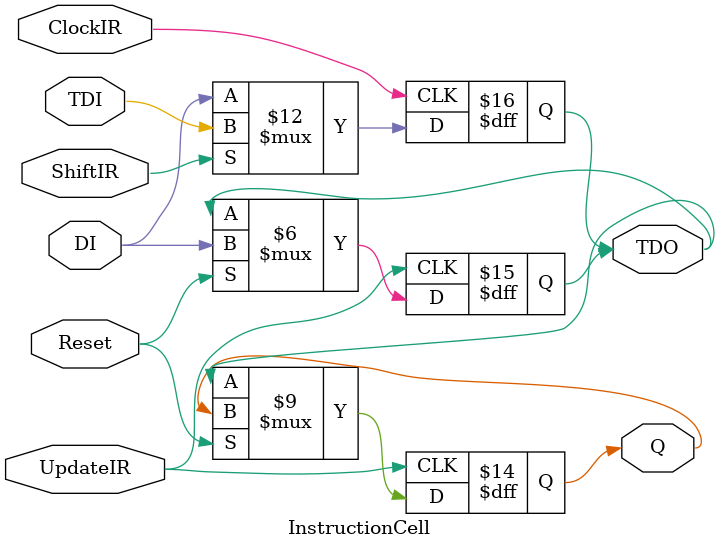
<source format=v>

module InstructionCell(input DI,
                       input TDI,
                       input ShiftIR,
                       input ClockIR,
                       input UpdateIR,
                       input Reset,
                       output reg TDO,
                       output reg Q);
   always @(posedge ClockIR) begin
      if(ShiftIR == 1) begin
         TDO = TDI;
      end
      else begin
         TDO = DI;
      end
   end
   always @(posedge UpdateIR) begin
      if(Reset == 1) begin
         TDO = DI;
      end
      else begin
         Q = TDO;
      end
   end
endmodule

</source>
